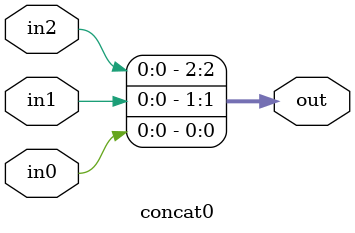
<source format=v>
module concat0(input in0, input in1, input in2, output [3-1:0] out);
  assign out = {in2, in1, in0};
endmodule

</source>
